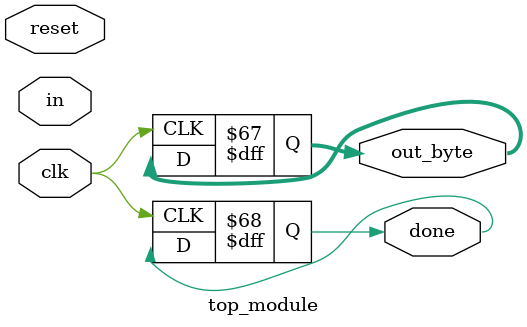
<source format=v>
module top_module(
    input clk,
    input in,
    input reset,    // Synchronous reset
    output [7:0] out_byte,
    output done
); //

	// Insert your code below
	
    // Use FSM from Fsm_serial

    // New: Datapath to latch input bits.

    reg [7:0] data_byte;
    reg [1:0] state;
    reg start_bit;
    reg [7:0] data;
    reg stop_bit;

    always @(posedge clk) begin
        if (reset) begin
            state <= 0;
            start_bit <= 1;
            data <= 0;
            stop_bit <= 1;
        end else begin
            case (state)
                0: begin
                    if (in == 1) begin
                        start_bit <= 0;
                        state <= 1;
                    end
                end
                1: begin
                    if (in == 1) begin
                        data <= data + 1;
                    end else begin
                        state <= 2;
                    end
                end
                2: begin
                    if (in == 1) begin
                        data <= data + 1;
                    end else begin
                        state <= 3;
                    end
                end
                3: begin
                    if (in == 1) begin
                        data <= data + 1;
                    end else begin
                        state <= 4;
                    end
                end
                4: begin
                    if (in == 1) begin
                        data <= data + 1;
                    end else begin
                        state <= 5;
                    end
                end
                5: begin
                    if (in == 0) begin
                        state <= 6;
                    end
                end
                6: begin
                    if (in == 0) begin
                        state <= 7;
                    end else begin
                        state <= 0;
                    end
                end
            endcase
        end
    end

    always @(posedge clk) begin
        if (state == 7) begin
            out_byte <= data;
            done <= 1;
        end
    end

endmodule
</source>
